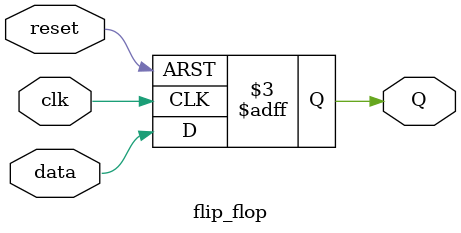
<source format=v>

`timescale 1ns / 1ns // `timescale time_unit/time_precision

`include "D_flip_flop.v"

module deboncer(
	input [2:0] row,
	input clk, 
	output key_down
	);

	wire key_signal;
	assign key_signal = ~&row;

	wire [2:0] Q;

	// 3-bit register. Once all outputs are high, then the key has been pressed
	flip_flop F0(.data(key_signal),
				 .clk(clk),
				 .reset(1'b1),
				 .Q(Q[0]));

	flip_flop F0(.data(Q[0]),
				 .clk(clk),
				 .reset(1'b1),
				 .Q(Q[1]));

	flip_flop F0(.data(Q[1]),
				 .clk(clk),
				 .reset(1'b1),
				 .Q(Q[2]));

	assign key_down = key_signal & Q[0] & Q[1] & Q[2];
endmodule

// D flip flop
module flip_flop(
	input data,
	input clk,
	input reset,
	output reg Q
	);

	always @(posedge clk or negedge reset) begin
		if (~reset)
			Q <= 1'b0;
		else
			Q <= data;
	end
endmodule

</source>
